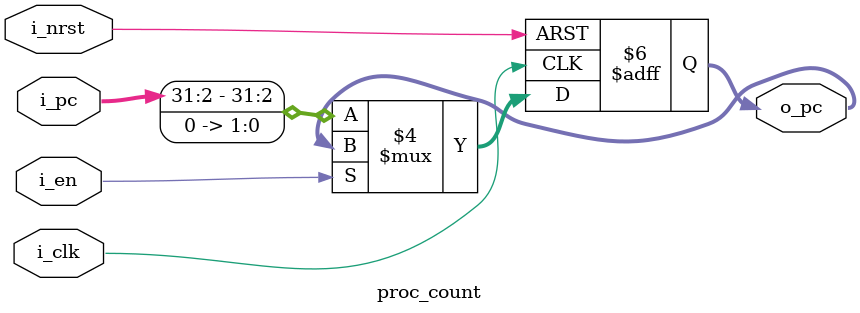
<source format=v>
module proc_count(i_clk, i_nrst, i_en, i_pc, o_pc);

input             i_clk, i_nrst, i_en;
input      [31:0] i_pc;
output reg [31:0] o_pc;

always @(posedge i_clk, negedge i_nrst) begin
    if (~i_nrst)
        o_pc <= 32'd0;
    else
        if (~i_en)
            o_pc <= {i_pc[31:2], 2'b00};
end

//always @(posedge i_clk)
//    $display("$pc:\t%h %h [%h]", (o_pc - 4), (o_pc >> 2) - 1, (o_pc >> 2) + 1);

endmodule

</source>
